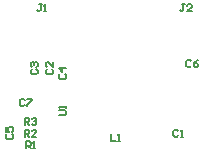
<source format=gbr>
%TF.GenerationSoftware,Altium Limited,Altium Designer,23.9.2 (47)*%
G04 Layer_Color=8388736*
%FSLAX45Y45*%
%MOMM*%
%TF.SameCoordinates,14EE52A8-4136-4093-BC95-9A2147CF655B*%
%TF.FilePolarity,Positive*%
%TF.FileFunction,Other,Top_Designator*%
%TF.Part,Single*%
G01*
G75*
%TA.AperFunction,NonConductor*%
%ADD31C,0.15000*%
D31*
X1560000Y289993D02*
X1550003Y299990D01*
X1530010D01*
X1520013Y289993D01*
Y250006D01*
X1530010Y240010D01*
X1550003D01*
X1560000Y250006D01*
X1579994Y240010D02*
X1599987D01*
X1589990D01*
Y299990D01*
X1579994Y289993D01*
X450007Y810003D02*
X440010Y800007D01*
Y780013D01*
X450007Y770016D01*
X489994D01*
X499990Y780013D01*
Y800007D01*
X489994Y810003D01*
X499990Y869984D02*
Y829997D01*
X460003Y869984D01*
X450007D01*
X440010Y859987D01*
Y839993D01*
X450007Y829997D01*
X320007Y810003D02*
X310010Y800007D01*
Y780013D01*
X320007Y770016D01*
X359994D01*
X369990Y780013D01*
Y800007D01*
X359994Y810003D01*
X320007Y829997D02*
X310010Y839993D01*
Y859987D01*
X320007Y869984D01*
X330003D01*
X340000Y859987D01*
Y849990D01*
Y859987D01*
X349997Y869984D01*
X359994D01*
X369990Y859987D01*
Y839993D01*
X359994Y829997D01*
X560048Y770003D02*
X550051Y760007D01*
Y740013D01*
X560048Y730016D01*
X600035D01*
X610032Y740013D01*
Y760007D01*
X600035Y770003D01*
X610032Y819987D02*
X550051D01*
X580041Y789997D01*
Y829984D01*
X110007Y260003D02*
X100010Y250007D01*
Y230013D01*
X110007Y220016D01*
X149994D01*
X159991Y230013D01*
Y250007D01*
X149994Y260003D01*
X100010Y319984D02*
Y279997D01*
X130000D01*
X120004Y299991D01*
Y309987D01*
X130000Y319984D01*
X149994D01*
X159991Y309987D01*
Y289994D01*
X149994Y279997D01*
X1670003Y879993D02*
X1660007Y889990D01*
X1640013D01*
X1630016Y879993D01*
Y840006D01*
X1640013Y830010D01*
X1660007D01*
X1670003Y840006D01*
X1729984Y889990D02*
X1709990Y879993D01*
X1689997Y860000D01*
Y840006D01*
X1699994Y830010D01*
X1719987D01*
X1729984Y840006D01*
Y850003D01*
X1719987Y860000D01*
X1689997D01*
X260004Y549994D02*
X250007Y559990D01*
X230013D01*
X220017Y549994D01*
Y510007D01*
X230013Y500010D01*
X250007D01*
X260004Y510007D01*
X279997Y559990D02*
X319984D01*
Y549994D01*
X279997Y510007D01*
Y500010D01*
X404647Y1360343D02*
X384653D01*
X394650D01*
Y1310359D01*
X384653Y1300362D01*
X374656D01*
X364660Y1310359D01*
X424640Y1300362D02*
X444634D01*
X434637D01*
Y1360343D01*
X424640Y1350346D01*
X1614651Y1360343D02*
X1594657D01*
X1604654D01*
Y1310359D01*
X1594657Y1300362D01*
X1584661D01*
X1574664Y1310359D01*
X1674631Y1300362D02*
X1634644D01*
X1674631Y1340349D01*
Y1350346D01*
X1664635Y1360343D01*
X1644641D01*
X1634644Y1350346D01*
X990013Y259990D02*
Y200010D01*
X1030000D01*
X1049994D02*
X1069987D01*
X1059990D01*
Y259990D01*
X1049994Y249993D01*
X270013Y140010D02*
Y199990D01*
X300003D01*
X310000Y189993D01*
Y170000D01*
X300003Y160003D01*
X270013D01*
X290007D02*
X310000Y140010D01*
X329994D02*
X349987D01*
X339990D01*
Y199990D01*
X329994Y189993D01*
X260016Y240010D02*
Y299990D01*
X290007D01*
X300003Y289993D01*
Y270000D01*
X290007Y260003D01*
X260016D01*
X280010D02*
X300003Y240010D01*
X359984D02*
X319997D01*
X359984Y279997D01*
Y289993D01*
X349987Y299990D01*
X329994D01*
X319997Y289993D01*
X260016Y340010D02*
Y399990D01*
X290007D01*
X300003Y389993D01*
Y370000D01*
X290007Y360003D01*
X260016D01*
X280010D02*
X300003Y340010D01*
X319997Y389993D02*
X329994Y399990D01*
X349987D01*
X359984Y389993D01*
Y379997D01*
X349987Y370000D01*
X339991D01*
X349987D01*
X359984Y360003D01*
Y350006D01*
X349987Y340010D01*
X329994D01*
X319997Y350006D01*
X550010Y422866D02*
X599994D01*
X609990Y432863D01*
Y452856D01*
X599994Y462853D01*
X550010D01*
X609990Y482847D02*
Y502840D01*
Y492843D01*
X550010D01*
X560007Y482847D01*
%TF.MD5,8da182ce3660e50d26cc5ed7f004807e*%
M02*

</source>
